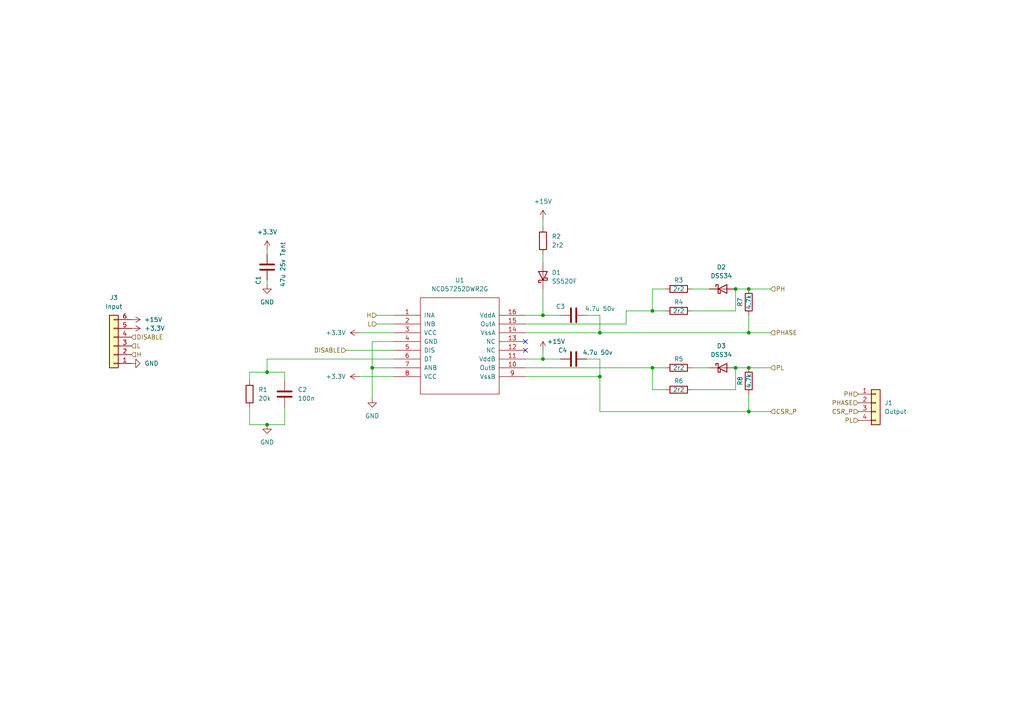
<source format=kicad_sch>
(kicad_sch (version 20230121) (generator eeschema)
  (paper "A4")
  (lib_symbols
    (symbol "Connector_Generic:Conn_01x04" (pin_names (offset 1.016) hide)
      (property "Reference" "J" (at 0 5.08 0))
      (property "Value" "Conn_01x04" (at 0 -7.62 0))
      (symbol "Conn_01x04_1_1"
        (rectangle (start -1.27 -4.953) (end 0 -5.207) (stroke (width 0.1524)))
        (rectangle (start -1.27 -2.413) (end 0 -2.667) (stroke (width 0.1524)))
        (rectangle (start -1.27 0.127) (end 0 -0.127) (stroke (width 0.1524)))
        (rectangle (start -1.27 2.667) (end 0 2.413) (stroke (width 0.1524)))
        (rectangle (start -1.27 3.81) (end 1.27 -6.35) (stroke (width 0.254)) (fill (type background)))
        (pin passive line (at -5.08 2.54 0) (length 3.81) (name "Pin_1") (number "1"))
        (pin passive line (at -5.08 0 0) (length 3.81) (name "Pin_2") (number "2"))
        (pin passive line (at -5.08 -2.54 0) (length 3.81) (name "Pin_3") (number "3"))
        (pin passive line (at -5.08 -5.08 0) (length 3.81) (name "Pin_4") (number "4"))
      )
    )
    (symbol "Connector_Generic:Conn_01x06" (pin_names (offset 1.016) hide)
      (property "Reference" "J" (at 0 7.62 0))
      (property "Value" "Conn_01x06" (at 0 -10.16 0))
      (symbol "Conn_01x06_1_1"
        (rectangle (start -1.27 -7.493) (end 0 -7.747) (stroke (width 0.1524)))
        (rectangle (start -1.27 -4.953) (end 0 -5.207) (stroke (width 0.1524)))
        (rectangle (start -1.27 -2.413) (end 0 -2.667) (stroke (width 0.1524)))
        (rectangle (start -1.27 0.127) (end 0 -0.127) (stroke (width 0.1524)))
        (rectangle (start -1.27 2.667) (end 0 2.413) (stroke (width 0.1524)))
        (rectangle (start -1.27 5.207) (end 0 4.953) (stroke (width 0.1524)))
        (rectangle (start -1.27 6.35) (end 1.27 -8.89) (stroke (width 0.254)) (fill (type background)))
        (pin passive line (at -5.08 5.08 0) (length 3.81) (name "Pin_1") (number "1"))
        (pin passive line (at -5.08 2.54 0) (length 3.81) (name "Pin_2") (number "2"))
        (pin passive line (at -5.08 0 0) (length 3.81) (name "Pin_3") (number "3"))
        (pin passive line (at -5.08 -2.54 0) (length 3.81) (name "Pin_4") (number "4"))
        (pin passive line (at -5.08 -5.08 0) (length 3.81) (name "Pin_5") (number "5"))
        (pin passive line (at -5.08 -7.62 0) (length 3.81) (name "Pin_6") (number "6"))
      )
    )
    (symbol "Device:C" (pin_numbers hide) (pin_names (offset 0.254))
      (property "Reference" "C" (at 0.635 2.54 0))
      (property "Value" "C" (at 0.635 -2.54 0))
      (symbol "C_0_1"
        (polyline (pts (xy -2.032 -0.762) (xy 2.032 -0.762)) (stroke (width 0.508)))
        (polyline (pts (xy -2.032 0.762) (xy 2.032 0.762)) (stroke (width 0.508)))
      )
      (symbol "C_1_1"
        (pin passive line (at 0 3.81 270) (length 2.794) (name "~") (number "1"))
        (pin passive line (at 0 -3.81 90) (length 2.794) (name "~") (number "2"))
      )
    )
    (symbol "Device:D_Schottky" (pin_numbers hide) (pin_names (offset 1.016) hide)
      (property "Reference" "D" (at 0 2.54 0))
      (property "Value" "D_Schottky" (at 0 -2.54 0))
      (symbol "D_Schottky_0_1"
        (polyline (pts (xy 1.27 0) (xy -1.27 0)))
        (polyline (pts (xy 1.27 1.27) (xy 1.27 -1.27) (xy -1.27 0) (xy 1.27 1.27)) (stroke (width 0.254)))
        (polyline (pts (xy -1.905 0.635) (xy -1.905 1.27) (xy -1.27 1.27) (xy -1.27 -1.27) (xy -0.635 -1.27) (xy -0.635 -0.635)) (stroke (width 0.254)))
      )
      (symbol "D_Schottky_1_1"
        (pin passive line (at -3.81 0 0) (length 2.54) (name "K") (number "1"))
        (pin passive line (at 3.81 0 180) (length 2.54) (name "A") (number "2"))
      )
    )
    (symbol "Device:R" (pin_numbers hide) (pin_names (offset 0))
      (property "Reference" "R" (at 2.032 0 90))
      (property "Value" "R" (at 0 0 90))
      (symbol "R_0_1"
        (rectangle (start -1.016 -2.54) (end 1.016 2.54) (stroke (width 0.254)))
      )
      (symbol "R_1_1"
        (pin passive line (at 0 3.81 270) (length 1.27) (name "~") (number "1"))
        (pin passive line (at 0 -3.81 90) (length 1.27) (name "~") (number "2"))
      )
    )
    (symbol "GigaESCSymbols:NCD57252DWR2G" (pin_names (offset 1.016))
      (property "Reference" "U" (at 0 15.24 0))
      (property "Value" "NCD57252DWR2G" (at 0 -15.24 0))
      (symbol "NCD57252DWR2G_1_0"
        (rectangle (start -11.43 -13.97) (end 11.43 13.97))
      )
      (symbol "NCD57252DWR2G_1_1"
        (pin input line (at -19.05 8.89 0) (length 7.62) (name "INA") (number "1"))
        (pin input line (at 19.05 -6.35 180) (length 7.62) (name "OutB") (number "10"))
        (pin input line (at 19.05 -3.81 180) (length 7.62) (name "VddB") (number "11"))
        (pin input line (at 19.05 -1.27 180) (length 7.62) (name "NC") (number "12"))
        (pin input line (at 19.05 1.27 180) (length 7.62) (name "NC") (number "13"))
        (pin input line (at 19.05 3.81 180) (length 7.62) (name "VssA") (number "14"))
        (pin input line (at 19.05 6.35 180) (length 7.62) (name "OutA") (number "15"))
        (pin input line (at 19.05 8.89 180) (length 7.62) (name "VddA") (number "16"))
        (pin input line (at -19.05 6.35 0) (length 7.62) (name "INB") (number "2"))
        (pin input line (at -19.05 3.81 0) (length 7.62) (name "VCC") (number "3"))
        (pin input line (at -19.05 1.27 0) (length 7.62) (name "GND") (number "4"))
        (pin input line (at -19.05 -1.27 0) (length 7.62) (name "DIS") (number "5"))
        (pin input line (at -19.05 -3.81 0) (length 7.62) (name "DT") (number "6"))
        (pin input line (at -19.05 -6.35 0) (length 7.62) (name "ANB") (number "7"))
        (pin input line (at -19.05 -8.89 0) (length 7.62) (name "VCC") (number "8"))
        (pin input line (at 19.05 -8.89 180) (length 7.62) (name "VssB") (number "9"))
      )
    )
    (symbol "power:+15V" (power) (pin_names (offset 0))
      (property "Value" "+15V" (at 0 3.556 0))
      (symbol "+15V_0_1"
        (polyline (pts (xy -0.762 1.27) (xy 0 2.54)))
        (polyline (pts (xy 0 0) (xy 0 2.54)))
        (polyline (pts (xy 0 2.54) (xy 0.762 1.27)))
      )
      (symbol "+15V_1_1"
        (pin power_in line (at 0 0 90) (length 0) hide (name "+15V") (number "1"))
      )
    )
    (symbol "power:+3.3V" (power) (pin_names (offset 0))
      (property "Value" "+3.3V" (at 0 3.556 0))
      (symbol "+3.3V_0_1"
        (polyline (pts (xy -0.762 1.27) (xy 0 2.54)))
        (polyline (pts (xy 0 0) (xy 0 2.54)))
        (polyline (pts (xy 0 2.54) (xy 0.762 1.27)))
      )
      (symbol "+3.3V_1_1"
        (pin power_in line (at 0 0 90) (length 0) hide (name "+3.3V") (number "1"))
      )
    )
    (symbol "power:GND" (power) (pin_names (offset 0))
      (property "Value" "GND" (at 0 -3.81 0))
      (symbol "GND_0_1"
        (polyline (pts (xy 0 0) (xy 0 -1.27) (xy 1.27 -1.27) (xy 0 -2.54) (xy -1.27 -1.27) (xy 0 -1.27)))
      )
      (symbol "GND_1_1"
        (pin power_in line (at 0 0 270) (length 0) hide (name "GND") (number "1"))
      )
    )
  )
  (junction (at 157.48 91.44))
  (junction (at 213.36 83.82))
  (junction (at 157.48 104.14))
  (junction (at 173.99 109.22))
  (junction (at 217.17 83.82))
  (junction (at 107.95 106.68))
  (junction (at 173.99 96.52))
  (junction (at 189.23 90.17))
  (junction (at 217.17 96.52))
  (junction (at 189.23 106.68))
  (junction (at 77.47 123.19))
  (junction (at 217.17 106.68))
  (junction (at 217.17 119.38))
  (junction (at 213.36 106.68))
  (junction (at 77.47 107.95))
  (no_connect (at 152.4 101.6))
  (no_connect (at 152.4 99.06))
  (wire (pts (xy 82.55 107.95) (xy 82.55 110.49)))
  (wire (pts (xy 109.22 91.44) (xy 114.3 91.44)))
  (wire (pts (xy 213.36 83.82) (xy 213.36 90.17)))
  (wire (pts (xy 72.39 107.95) (xy 77.47 107.95)))
  (wire (pts (xy 152.4 93.98) (xy 181.61 93.98)))
  (wire (pts (xy 77.47 81.28) (xy 77.47 82.55)))
  (wire (pts (xy 107.95 106.68) (xy 107.95 115.57)))
  (wire (pts (xy 217.17 119.38) (xy 223.52 119.38)))
  (wire (pts (xy 109.22 93.98) (xy 114.3 93.98)))
  (wire (pts (xy 104.14 96.52) (xy 114.3 96.52)))
  (wire (pts (xy 157.48 83.82) (xy 157.48 91.44)))
  (wire (pts (xy 217.17 96.52) (xy 223.52 96.52)))
  (wire (pts (xy 157.48 104.14) (xy 157.48 101.6)))
  (wire (pts (xy 189.23 113.03) (xy 193.04 113.03)))
  (wire (pts (xy 77.47 72.39) (xy 77.47 73.66)))
  (wire (pts (xy 72.39 118.11) (xy 72.39 123.19)))
  (wire (pts (xy 173.99 119.38) (xy 173.99 109.22)))
  (wire (pts (xy 189.23 106.68) (xy 193.04 106.68)))
  (wire (pts (xy 213.36 106.68) (xy 217.17 106.68)))
  (wire (pts (xy 217.17 114.3) (xy 217.17 119.38)))
  (wire (pts (xy 104.14 109.22) (xy 114.3 109.22)))
  (wire (pts (xy 217.17 119.38) (xy 173.99 119.38)))
  (wire (pts (xy 157.48 91.44) (xy 162.56 91.44)))
  (wire (pts (xy 173.99 91.44) (xy 170.18 91.44)))
  (wire (pts (xy 193.04 90.17) (xy 189.23 90.17)))
  (wire (pts (xy 107.95 99.06) (xy 107.95 106.68)))
  (wire (pts (xy 217.17 106.68) (xy 223.52 106.68)))
  (wire (pts (xy 77.47 107.95) (xy 82.55 107.95)))
  (wire (pts (xy 213.36 113.03) (xy 200.66 113.03)))
  (wire (pts (xy 152.4 104.14) (xy 157.48 104.14)))
  (wire (pts (xy 72.39 110.49) (xy 72.39 107.95)))
  (wire (pts (xy 72.39 123.19) (xy 77.47 123.19)))
  (wire (pts (xy 217.17 91.44) (xy 217.17 96.52)))
  (wire (pts (xy 152.4 106.68) (xy 189.23 106.68)))
  (wire (pts (xy 173.99 109.22) (xy 152.4 109.22)))
  (wire (pts (xy 217.17 83.82) (xy 223.52 83.82)))
  (wire (pts (xy 189.23 106.68) (xy 189.23 113.03)))
  (wire (pts (xy 200.66 106.68) (xy 205.74 106.68)))
  (wire (pts (xy 114.3 99.06) (xy 107.95 99.06)))
  (wire (pts (xy 213.36 106.68) (xy 213.36 113.03)))
  (wire (pts (xy 152.4 96.52) (xy 173.99 96.52)))
  (wire (pts (xy 213.36 83.82) (xy 217.17 83.82)))
  (wire (pts (xy 77.47 104.14) (xy 77.47 107.95)))
  (wire (pts (xy 157.48 91.44) (xy 152.4 91.44)))
  (wire (pts (xy 157.48 63.5) (xy 157.48 66.04)))
  (wire (pts (xy 100.33 101.6) (xy 114.3 101.6)))
  (wire (pts (xy 189.23 83.82) (xy 193.04 83.82)))
  (wire (pts (xy 77.47 123.19) (xy 82.55 123.19)))
  (wire (pts (xy 213.36 90.17) (xy 200.66 90.17)))
  (wire (pts (xy 157.48 104.14) (xy 162.56 104.14)))
  (wire (pts (xy 170.18 104.14) (xy 173.99 104.14)))
  (wire (pts (xy 181.61 90.17) (xy 189.23 90.17)))
  (wire (pts (xy 157.48 73.66) (xy 157.48 76.2)))
  (wire (pts (xy 200.66 83.82) (xy 205.74 83.82)))
  (wire (pts (xy 189.23 90.17) (xy 189.23 83.82)))
  (wire (pts (xy 114.3 104.14) (xy 77.47 104.14)))
  (wire (pts (xy 173.99 96.52) (xy 217.17 96.52)))
  (wire (pts (xy 114.3 106.68) (xy 107.95 106.68)))
  (wire (pts (xy 181.61 93.98) (xy 181.61 90.17)))
  (wire (pts (xy 82.55 123.19) (xy 82.55 118.11)))
  (wire (pts (xy 173.99 104.14) (xy 173.99 109.22)))
  (wire (pts (xy 173.99 96.52) (xy 173.99 91.44)))
  (hierarchical_label "PH" (shape input) (at 248.92 114.3 180))
  (hierarchical_label "L" (shape input) (at 38.1 100.33 0))
  (hierarchical_label "PHASE" (shape input) (at 223.52 96.52 0))
  (hierarchical_label "CSR_P" (shape input) (at 248.92 119.38 180))
  (hierarchical_label "H" (shape input) (at 38.1 102.87 0))
  (hierarchical_label "PL" (shape input) (at 223.52 106.68 0))
  (hierarchical_label "DISABLE" (shape input) (at 100.33 101.6 180))
  (hierarchical_label "PH" (shape input) (at 223.52 83.82 0))
  (hierarchical_label "DISABLE" (shape input) (at 38.1 97.79 0))
  (hierarchical_label "H" (shape input) (at 109.22 91.44 180))
  (hierarchical_label "CSR_P" (shape input) (at 223.52 119.38 0))
  (hierarchical_label "L" (shape input) (at 109.22 93.98 180))
  (hierarchical_label "PL" (shape input) (at 248.92 121.92 180))
  (hierarchical_label "PHASE" (shape input) (at 248.92 116.84 180))
  (symbol (lib_id "power:+15V") (at 157.48 63.5 0) (unit 1)
    (property "Reference" "#PWR07" (effects hide))
    (property "Value" "+15V" (at 157.48 58.42 0))
  )
  (symbol (lib_id "power:+15V") (at 157.48 101.6 0) (unit 1)
    (property "Reference" "#PWR08" (effects hide))
    (property "Value" "+15V" (at 161.29 99.06 0))
  )
  (symbol (lib_id "power:GND") (at 77.47 82.55 0) (unit 1)
    (property "Reference" "#PWR02" (effects hide))
    (property "Value" "GND" (at 77.47 87.63 0))
  )
  (symbol (lib_id "power:GND") (at 107.95 115.57 0) (unit 1)
    (property "Reference" "#PWR06" (effects hide))
    (property "Value" "GND" (at 107.95 120.65 0))
  )
  (symbol (lib_id "Device:R") (at 196.85 90.17 90) (unit 1)
    (property "Reference" "R4" (at 196.85 87.63 90))
    (property "Value" "2r2" (at 196.85 90.17 90))
    (property "Footprint" "Resistor_SMD:R_0805_2012Metric" (effects hide))
  )
  (symbol (lib_id "GigaESCSymbols:NCD57252DWR2G") (at 133.35 100.33 0) (unit 1)
    (property "Reference" "U1" (at 133.35 81.28 0))
    (property "Value" "NCD57252DWR2G" (at 133.35 83.82 0))
    (property "Footprint" "MODULE" (effects hide))
    (property "Datasheet" "DOCUMENTATION" (effects hide))
    (property "MPN" "C2902111" (effects hide))
  )
  (symbol (lib_id "Device:C") (at 166.37 104.14 90) (unit 1)
    (property "Reference" "C4" (at 163.195 101.6 90))
    (property "Value" "4.7u 50v" (at 173.355 102.235 90))
    (property "Footprint" "Capacitor_SMD:C_1206_3216Metric" (effects hide))
    (property "MPN" "C29823" (effects hide))
  )
  (symbol (lib_id "Device:R") (at 217.17 87.63 180) (unit 1)
    (property "Reference" "R7" (at 214.63 87.63 90))
    (property "Value" "4.7k" (at 217.17 87.63 90))
    (property "Footprint" "Resistor_SMD:R_0805_2012Metric" (effects hide))
    (property "MPN" "C17673" (effects hide))
  )
  (symbol (lib_id "Device:D_Schottky") (at 157.48 80.01 90) (unit 1)
    (property "Reference" "D1" (at 160.02 79.0575 90) (effects (justify right)))
    (property "Value" "SS520F" (at 160.02 81.5975 90) (effects (justify right)))
    (property "Footprint" "Diode_SMD:D_SMA" (effects hide))
    (property "MPN" "C353179" (effects hide))
  )
  (symbol (lib_id "Device:R") (at 72.39 114.3 0) (unit 1)
    (property "Reference" "R1" (at 74.93 113.03 0) (effects (justify left)))
    (property "Value" "20k" (at 74.93 115.57 0) (effects (justify left)))
    (property "Footprint" "Resistor_SMD:R_0805_2012Metric" (effects hide))
    (property "MPN" "C4328" (effects hide))
  )
  (symbol (lib_id "power:GND") (at 38.1 105.41 90) (unit 1)
    (property "Reference" "#PWR010" (effects hide))
    (property "Value" "GND" (at 41.91 105.41 90) (effects (justify right)))
  )
  (symbol (lib_id "Device:C") (at 166.37 91.44 90) (unit 1)
    (property "Reference" "C3" (at 162.56 88.9 90))
    (property "Value" "4.7u 50v" (at 173.99 89.535 90))
    (property "Footprint" "Capacitor_SMD:C_1206_3216Metric" (effects hide))
    (property "MPN" "C29823" (effects hide))
  )
  (symbol (lib_id "power:+3.3V") (at 77.47 72.39 0) (unit 1)
    (property "Reference" "#PWR01" (effects hide))
    (property "Value" "+3.3V" (at 77.47 67.31 0))
  )
  (symbol (lib_id "power:GND") (at 77.47 123.19 0) (unit 1)
    (property "Reference" "#PWR03" (effects hide))
    (property "Value" "GND" (at 77.47 128.27 0))
  )
  (symbol (lib_id "Device:R") (at 196.85 113.03 90) (unit 1)
    (property "Reference" "R6" (at 196.85 110.49 90))
    (property "Value" "2r2" (at 196.85 113.03 90))
    (property "Footprint" "Resistor_SMD:R_0805_2012Metric" (effects hide))
  )
  (symbol (lib_id "Device:R") (at 196.85 83.82 90) (unit 1)
    (property "Reference" "R3" (at 196.85 81.28 90))
    (property "Value" "2r2" (at 196.85 83.82 90))
    (property "Footprint" "Resistor_SMD:R_0805_2012Metric" (effects hide))
  )
  (symbol (lib_id "Device:D_Schottky") (at 209.55 106.68 0) (unit 1)
    (property "Reference" "D3" (at 209.2325 100.33 0))
    (property "Value" "DSS34" (at 209.2325 102.87 0))
    (property "Footprint" "Diode_SMD:D_SOD-123F" (effects hide))
    (property "MPN" "C511866" (effects hide))
  )
  (symbol (lib_id "power:+3.3V") (at 104.14 109.22 90) (unit 1)
    (property "Reference" "#PWR05" (effects hide))
    (property "Value" "+3.3V" (at 100.33 109.22 90) (effects (justify left)))
  )
  (symbol (lib_id "Connector_Generic:Conn_01x04") (at 254 116.84 0) (unit 1)
    (property "Reference" "J1" (at 256.54 116.84 0) (effects (justify left)))
    (property "Value" "Output" (at 256.54 119.38 0) (effects (justify left)))
    (property "Footprint" "Connector_PinHeader_2.54mm:PinHeader_1x04_P2.54mm_Vertical" (effects hide))
  )
  (symbol (lib_id "Connector_Generic:Conn_01x06") (at 33.02 100.33 180) (unit 1)
    (property "Reference" "J3" (at 33.02 86.36 0))
    (property "Value" "Input" (at 33.02 88.9 0))
    (property "Footprint" "Connector_PinHeader_2.54mm:PinHeader_1x06_P2.54mm_Vertical" (effects hide))
  )
  (symbol (lib_id "Device:R") (at 157.48 69.85 0) (unit 1)
    (property "Reference" "R2" (at 160.02 68.58 0) (effects (justify left)))
    (property "Value" "2r2" (at 160.02 71.12 0) (effects (justify left)))
    (property "Footprint" "Resistor_SMD:R_0805_2012Metric" (effects hide))
    (property "MPN" "C17521" (effects hide))
  )
  (symbol (lib_id "power:+15V") (at 38.1 92.71 270) (unit 1)
    (property "Reference" "#PWR011" (effects hide))
    (property "Value" "+15V" (at 44.45 92.71 90))
  )
  (symbol (lib_id "Device:R") (at 196.85 106.68 90) (unit 1)
    (property "Reference" "R5" (at 196.85 104.14 90))
    (property "Value" "2r2" (at 196.85 106.68 90))
    (property "Footprint" "Resistor_SMD:R_0805_2012Metric" (effects hide))
  )
  (symbol (lib_id "Device:C") (at 82.55 114.3 0) (unit 1)
    (property "Reference" "C2" (at 86.36 113.03 0) (effects (justify left)))
    (property "Value" "100n" (at 86.36 115.57 0) (effects (justify left)))
    (property "Footprint" "Capacitor_SMD:C_0805_2012Metric" (effects hide))
  )
  (symbol (lib_id "power:+3.3V") (at 38.1 95.25 270) (unit 1)
    (property "Reference" "#PWR09" (effects hide))
    (property "Value" "+3.3V" (at 41.91 95.25 90) (effects (justify left)))
  )
  (symbol (lib_id "power:+3.3V") (at 104.14 96.52 90) (unit 1)
    (property "Reference" "#PWR04" (effects hide))
    (property "Value" "+3.3V" (at 100.33 96.52 90) (effects (justify left)))
  )
  (symbol (lib_id "Device:D_Schottky") (at 209.55 83.82 0) (unit 1)
    (property "Reference" "D2" (at 209.2325 77.47 0))
    (property "Value" "DSS34" (at 209.2325 80.01 0))
    (property "Footprint" "Diode_SMD:D_SOD-123F" (effects hide))
  )
  (symbol (lib_id "Device:R") (at 217.17 110.49 180) (unit 1)
    (property "Reference" "R8" (at 214.63 110.49 90))
    (property "Value" "4.7k" (at 217.17 110.49 90))
    (property "Footprint" "Resistor_SMD:R_0805_2012Metric" (effects hide))
  )
  (symbol (lib_id "Device:C") (at 77.47 77.47 180) (unit 1)
    (property "Reference" "C1" (at 74.93 81.28 90))
    (property "Value" "47u 25v Tant" (at 82.042 76.708 90))
    (property "Footprint" "Capacitor_Tantalum_SMD:CP_EIA-7343-31_Kemet-D" (effects hide))
    (property "MPN" "C117039" (effects hide))
  )
)
</source>
